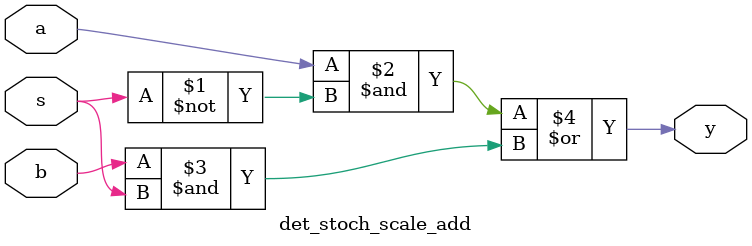
<source format=v>
`timescale 1 ns / 100 ps



module counter #(
    //Top level block parameters
    parameter WIDTH = 4
) (
	out,
	clk,
    en,
	rst,
    overflow
);

   

//Output ports
output reg [WIDTH-1:0] out;
output reg          overflow;
   

//Input ports
input clk;
input rst;
input en;
   



always @(posedge clk or posedge rst) begin
  if (rst) begin
    out <= 0;
    overflow <= 0;
  end else if (en) begin
    out <= out + 1;
    //overflow <= (out == 2 ** WIDTH -1);  
    overflow <= &out;
     
  end
end
endmodule // counter



////module comparator2 (
////	y,
////	a,
////    b
////);
////
////   output       y;
////   input  [1:0] a,b;
////
////   assign y = (a[1] & ~b[1]) | (a[0] & ~b[1] & ~b[0]) | (a[1] & a[0] & ~b[0]);
////   
////
////endmodule // comparator2


module comp_1b (
	a,
    b,
    equal,
    a_larger
);

   output       equal,a_larger;
   input        a,b;

   assign equal    = (a  & b) | (~a & ~b);
   assign a_larger = (a  & ~b);
   

endmodule // comp_1b


              
module comp_2b (
	a_gt_b,
	a,
    b
);

   output       a_gt_b;
   input  [1:0] a,b;

   wire [1:0]   e,agt;

   comp_1b comp0(.a(a[0]),.b(b[0]),.equal(e[0]),.a_larger(agt[0]));
   comp_1b comp1(.a(a[1]),.b(b[1]),.equal(e[1]),.a_larger(agt[1]));

   assign a_gt_b = agt[1] | (agt[0] & e[1]);
   

endmodule // comp_2b



module comp_4b (
	a_gt_b,
	a,
    b
);

   output       a_gt_b;
   input  [3:0] a,b;

   wire [3:0]   e,agt;

   comp_1b comp0(.a(a[0]),.b(b[0]),.equal(e[0]),.a_larger(agt[0]));
   comp_1b comp1(.a(a[1]),.b(b[1]),.equal(e[1]),.a_larger(agt[1]));
   comp_1b comp2(.a(a[2]),.b(b[2]),.equal(e[2]),.a_larger(agt[2]));
   comp_1b comp3(.a(a[3]),.b(b[3]),.equal(e[3]),.a_larger(agt[3]));

   assign a_gt_b = agt[3] | (agt[2] & e[3]) | (agt[1] & e[3] & e[2]) | (agt[0] & e[3] & e[2] & e[1]);
   

endmodule // comp_4b


module comp_8b (
	a_gt_b,
	a,
    b
);

   output       a_gt_b;
   input  [7:0] a,b;

   wire [7:0]   e,agt;

   wire         e76,e75,e74,e73,e72,e71;
   

   comp_1b comp0(.a(a[0]),.b(b[0]),.equal(e[0]),.a_larger(agt[0]));
   comp_1b comp1(.a(a[1]),.b(b[1]),.equal(e[1]),.a_larger(agt[1]));
   comp_1b comp2(.a(a[2]),.b(b[2]),.equal(e[2]),.a_larger(agt[2]));
   comp_1b comp3(.a(a[3]),.b(b[3]),.equal(e[3]),.a_larger(agt[3]));
   comp_1b comp4(.a(a[4]),.b(b[4]),.equal(e[4]),.a_larger(agt[4]));
   comp_1b comp5(.a(a[5]),.b(b[5]),.equal(e[5]),.a_larger(agt[5]));
   comp_1b comp6(.a(a[6]),.b(b[6]),.equal(e[6]),.a_larger(agt[6]));
   comp_1b comp7(.a(a[7]),.b(b[7]),.equal(e[7]),.a_larger(agt[7]));

   assign e76 = e[7] & e[6];
   assign e75 = e76  & e[5];
   assign e74 = e75  & e[4];
   assign e73 = e74  & e[3];
   assign e72 = e73  & e[2];
   assign e71 = e72  & e[1];
   
   assign a_gt_b = agt[7] | (agt[6] & e[7]) | (agt[5] & e76) | (agt[4] & e75) | (agt[3] & e74) | (agt[2] & e73) | (agt[1] & e72) | (agt[0] & e71);
   

endmodule // comp_8b


module prg_4b (
	clk,
    rst,
    en,
    bin_in,
    sn_out,
    ctr_overflow  
);

   input       clk,rst,en;
   input [3:0] bin_in;
   output      sn_out,ctr_overflow;

   wire [3:0]  ctr4_out;
   
   

counter #(
   .WIDTH (4)
) ctr4 (
  .clk(clk),
  .rst(rst),
  .en(en),
  .out(ctr4_out),
  .overflow(ctr_overflow)
);


comp_4b     comp4 (.a(bin_in), .b(ctr4_out), .a_gt_b(sn_out));

endmodule // prg_4b


module prg_8b (
	clk,
    rst,
    en,
    bin_in,
    sn_out,
    ctr_overflow  
);

   input       clk,rst,en;
   input [7:0] bin_in;
   output      sn_out,ctr_overflow;

   wire [7:0]  ctr8_out;
   
   

counter #(
   .WIDTH (8)
) ctr8 (
  .clk(clk),
  .rst(rst),
  .en(en),
  .out(ctr8_out),
  .overflow(ctr_overflow)
);


comp_8b     comp8 (.a(bin_in), .b(ctr8_out), .a_gt_b(sn_out));

endmodule // prg_8b



module det_stoch_mul (
	a,
    b,
    y
);

   input a,b;
   output y;

   assign y = a & b;

endmodule // det_stoch_mul


module det_stoch_scale_add (
	a,
    b,
    s,
    y
);

   input a,b,s;
   output y;

   assign y = ( a & ~s ) | ( b & s );

endmodule // det_stoch_mul


               







   
</source>
